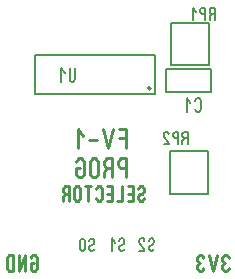
<source format=gbr>
%FSLAX34Y34*%
%MOMM*%
%LNSILK_BOTTOM*%
G71*
G01*
%ADD10C, 0.170*%
%ADD11C, 0.206*%
%ADD12C, 0.200*%
%ADD13C, 0.191*%
%ADD14C, 0.238*%
%ADD15C, 0.286*%
%ADD16C, 0.222*%
%LPD*%
G54D10*
X147037Y-98513D02*
X45438Y-98513D01*
X45438Y-65869D01*
X147037Y-65869D01*
X147037Y-98513D01*
G54D10*
G75*
G01X144025Y-93700D02*
G03X144025Y-93700I-1600J0D01*
G01*
G36*
G75*
G01X144025Y-93700D02*
G03X144025Y-93700I-1600J0D01*
G01*
G37*
X144025Y-93700D01*
G54D11*
X79587Y-76532D02*
X79587Y-85921D01*
X79010Y-87366D01*
X77854Y-88088D01*
X76698Y-88088D01*
X75543Y-87366D01*
X74965Y-85921D01*
X74965Y-76532D01*
G54D11*
X70921Y-80866D02*
X68032Y-76532D01*
X68032Y-88088D01*
G54D12*
X194647Y-97085D02*
X194647Y-77085D01*
X156647Y-77085D01*
X156647Y-97085D01*
X194647Y-97085D01*
G54D11*
X181274Y-111668D02*
X181852Y-113112D01*
X183008Y-113835D01*
X184163Y-113835D01*
X185319Y-113112D01*
X185897Y-111668D01*
X185897Y-104446D01*
X185319Y-103001D01*
X184163Y-102279D01*
X183008Y-102279D01*
X181852Y-103001D01*
X181274Y-104446D01*
G54D11*
X177231Y-106612D02*
X174342Y-102279D01*
X174342Y-113835D01*
G54D12*
X192851Y-38502D02*
X160530Y-38502D01*
X160530Y-74439D01*
X192851Y-74440D01*
X192851Y-38502D01*
G54D13*
X195789Y-30803D02*
X194189Y-32136D01*
X193655Y-33470D01*
X193655Y-36136D01*
G54D13*
X197922Y-36136D02*
X197922Y-25470D01*
X195255Y-25470D01*
X194189Y-26136D01*
X193655Y-27470D01*
X193655Y-28803D01*
X194189Y-30136D01*
X195255Y-30803D01*
X197922Y-30803D01*
G54D13*
X189922Y-36136D02*
X189922Y-25470D01*
X187255Y-25470D01*
X186189Y-26136D01*
X185655Y-27470D01*
X185655Y-28803D01*
X186189Y-30136D01*
X187255Y-30803D01*
X189922Y-30803D01*
G54D13*
X181922Y-29470D02*
X179255Y-25470D01*
X179255Y-36136D01*
G54D14*
X209638Y-237323D02*
X208971Y-235656D01*
X207638Y-234823D01*
X206304Y-234823D01*
X204971Y-235656D01*
X204304Y-237323D01*
X204304Y-238990D01*
X204971Y-240656D01*
X206304Y-241490D01*
X204971Y-242323D01*
X204304Y-243990D01*
X204304Y-245656D01*
X204971Y-247323D01*
X206304Y-248156D01*
X207638Y-248156D01*
X208971Y-247323D01*
X209638Y-245656D01*
G54D14*
X199638Y-234823D02*
X196304Y-248156D01*
X192971Y-234823D01*
G54D14*
X188304Y-237323D02*
X187637Y-235656D01*
X186304Y-234823D01*
X184970Y-234823D01*
X183637Y-235656D01*
X182970Y-237323D01*
X182970Y-238990D01*
X183637Y-240656D01*
X184970Y-241490D01*
X183637Y-242323D01*
X182970Y-243990D01*
X182970Y-245656D01*
X183637Y-247323D01*
X184970Y-248156D01*
X186304Y-248156D01*
X187637Y-247323D01*
X188304Y-245656D01*
G54D13*
X95942Y-229660D02*
X95409Y-230993D01*
X94342Y-231660D01*
X93276Y-231660D01*
X92209Y-230993D01*
X91676Y-229660D01*
X91676Y-228326D01*
X92209Y-226993D01*
X93276Y-226326D01*
X94342Y-226326D01*
X95409Y-225660D01*
X95942Y-224326D01*
X95942Y-222993D01*
X95409Y-221660D01*
X94342Y-220993D01*
X93276Y-220993D01*
X92209Y-221660D01*
X91676Y-222993D01*
G54D13*
X83676Y-222993D02*
X83676Y-229660D01*
X84209Y-230993D01*
X85276Y-231660D01*
X86342Y-231660D01*
X87409Y-230993D01*
X87942Y-229660D01*
X87942Y-222993D01*
X87409Y-221660D01*
X86342Y-220993D01*
X85276Y-220993D01*
X84209Y-221660D01*
X83676Y-222993D01*
G54D13*
X121148Y-229579D02*
X120615Y-230912D01*
X119548Y-231579D01*
X118481Y-231579D01*
X117415Y-230912D01*
X116881Y-229579D01*
X116881Y-228246D01*
X117415Y-226912D01*
X118481Y-226246D01*
X119548Y-226246D01*
X120615Y-225579D01*
X121148Y-224246D01*
X121148Y-222912D01*
X120615Y-221579D01*
X119548Y-220912D01*
X118481Y-220912D01*
X117415Y-221579D01*
X116881Y-222912D01*
G54D13*
X113148Y-224912D02*
X110481Y-220912D01*
X110481Y-231579D01*
G54D13*
X146348Y-229580D02*
X145815Y-230913D01*
X144748Y-231580D01*
X143682Y-231580D01*
X142615Y-230913D01*
X142082Y-229580D01*
X142082Y-228247D01*
X142615Y-226913D01*
X143682Y-226247D01*
X144748Y-226247D01*
X145815Y-225580D01*
X146348Y-224247D01*
X146348Y-222913D01*
X145815Y-221580D01*
X144748Y-220913D01*
X143682Y-220913D01*
X142615Y-221580D01*
X142082Y-222913D01*
G54D13*
X134082Y-231580D02*
X138348Y-231580D01*
X138348Y-230913D01*
X137815Y-229580D01*
X134615Y-225580D01*
X134082Y-224247D01*
X134082Y-222913D01*
X134615Y-221580D01*
X135682Y-220913D01*
X136748Y-220913D01*
X137815Y-221580D01*
X138348Y-222913D01*
G54D14*
X44646Y-241727D02*
X41979Y-241727D01*
X41979Y-245894D01*
X42646Y-247560D01*
X43979Y-248394D01*
X45313Y-248394D01*
X46646Y-247560D01*
X47313Y-245894D01*
X47313Y-237560D01*
X46646Y-235894D01*
X45313Y-235060D01*
X43979Y-235060D01*
X42646Y-235894D01*
X41979Y-237560D01*
G54D14*
X37313Y-248394D02*
X37313Y-235060D01*
X31979Y-248394D01*
X31979Y-235060D01*
G54D14*
X27313Y-248394D02*
X27313Y-235060D01*
X23979Y-235060D01*
X22646Y-235894D01*
X21979Y-237560D01*
X21979Y-245894D01*
X22646Y-247560D01*
X23979Y-248394D01*
X27313Y-248394D01*
G54D12*
X192383Y-147005D02*
X160062Y-147005D01*
X160062Y-182942D01*
X192383Y-182942D01*
X192383Y-147005D01*
G54D13*
X172679Y-135922D02*
X171079Y-137256D01*
X170545Y-138589D01*
X170545Y-141256D01*
G54D13*
X174812Y-141256D02*
X174812Y-130589D01*
X172145Y-130589D01*
X171079Y-131256D01*
X170545Y-132589D01*
X170545Y-133922D01*
X171079Y-135256D01*
X172145Y-135922D01*
X174812Y-135922D01*
G54D13*
X166812Y-141256D02*
X166812Y-130589D01*
X164145Y-130589D01*
X163079Y-131256D01*
X162545Y-132589D01*
X162545Y-133922D01*
X163079Y-135256D01*
X164145Y-135922D01*
X166812Y-135922D01*
G54D13*
X154545Y-141256D02*
X158812Y-141256D01*
X158812Y-140589D01*
X158279Y-139256D01*
X155079Y-135256D01*
X154545Y-133922D01*
X154545Y-132589D01*
X155079Y-131256D01*
X156145Y-130589D01*
X157212Y-130589D01*
X158279Y-131256D01*
X158812Y-132589D01*
G54D15*
X122734Y-144139D02*
X122734Y-128139D01*
X117134Y-128139D01*
G54D15*
X122734Y-136139D02*
X117134Y-136139D01*
G54D15*
X111534Y-128139D02*
X107534Y-144139D01*
X103534Y-128139D01*
G54D15*
X97934Y-137139D02*
X91534Y-137139D01*
G54D15*
X85934Y-134139D02*
X81934Y-128139D01*
X81934Y-144139D01*
G54D15*
X122734Y-169139D02*
X122734Y-153139D01*
X118734Y-153139D01*
X117134Y-154139D01*
X116334Y-156139D01*
X116334Y-158139D01*
X117134Y-160139D01*
X118734Y-161139D01*
X122734Y-161139D01*
G54D15*
X107534Y-161139D02*
X105134Y-163139D01*
X104334Y-165139D01*
X104334Y-169139D01*
G54D15*
X110734Y-169139D02*
X110734Y-153139D01*
X106734Y-153139D01*
X105134Y-154139D01*
X104334Y-156139D01*
X104334Y-158139D01*
X105134Y-160139D01*
X106734Y-161139D01*
X110734Y-161139D01*
G54D15*
X92334Y-156139D02*
X92334Y-166139D01*
X93134Y-168139D01*
X94734Y-169139D01*
X96334Y-169139D01*
X97934Y-168139D01*
X98734Y-166139D01*
X98734Y-156139D01*
X97934Y-154139D01*
X96334Y-153139D01*
X94734Y-153139D01*
X93134Y-154139D01*
X92334Y-156139D01*
G54D15*
X83534Y-161139D02*
X80334Y-161139D01*
X80334Y-166139D01*
X81134Y-168139D01*
X82734Y-169139D01*
X84334Y-169139D01*
X85934Y-168139D01*
X86734Y-166139D01*
X86734Y-156139D01*
X85934Y-154139D01*
X84334Y-153139D01*
X82734Y-153139D01*
X81134Y-154139D01*
X80334Y-156139D01*
G54D16*
X137734Y-186806D02*
X137112Y-188361D01*
X135867Y-189139D01*
X134623Y-189139D01*
X133378Y-188361D01*
X132756Y-186806D01*
X132756Y-185250D01*
X133378Y-183695D01*
X134623Y-182917D01*
X135867Y-182917D01*
X137112Y-182139D01*
X137734Y-180583D01*
X137734Y-179028D01*
X137112Y-177472D01*
X135867Y-176695D01*
X134623Y-176695D01*
X133378Y-177472D01*
X132756Y-179028D01*
G54D16*
X124044Y-189139D02*
X128400Y-189139D01*
X128400Y-176695D01*
X124044Y-176695D01*
G54D16*
X128400Y-182917D02*
X124044Y-182917D01*
G54D16*
X119688Y-176695D02*
X119688Y-189139D01*
X115332Y-189139D01*
G54D16*
X106620Y-189139D02*
X110976Y-189139D01*
X110976Y-176695D01*
X106620Y-176695D01*
G54D16*
X110976Y-182917D02*
X106620Y-182917D01*
G54D16*
X97286Y-186806D02*
X97908Y-188361D01*
X99153Y-189139D01*
X100397Y-189139D01*
X101642Y-188361D01*
X102264Y-186806D01*
X102264Y-179028D01*
X101642Y-177472D01*
X100397Y-176695D01*
X99153Y-176695D01*
X97908Y-177472D01*
X97286Y-179028D01*
G54D16*
X90441Y-189139D02*
X90441Y-176695D01*
G54D16*
X92930Y-176695D02*
X87952Y-176695D01*
G54D16*
X78618Y-179028D02*
X78618Y-186806D01*
X79240Y-188361D01*
X80485Y-189139D01*
X81729Y-189139D01*
X82974Y-188361D01*
X83596Y-186806D01*
X83596Y-179028D01*
X82974Y-177472D01*
X81729Y-176695D01*
X80485Y-176695D01*
X79240Y-177472D01*
X78618Y-179028D01*
G54D16*
X71773Y-182917D02*
X69906Y-184472D01*
X69284Y-186028D01*
X69284Y-189139D01*
G54D16*
X74262Y-189139D02*
X74262Y-176695D01*
X71151Y-176695D01*
X69906Y-177472D01*
X69284Y-179028D01*
X69284Y-180583D01*
X69906Y-182139D01*
X71151Y-182917D01*
X74262Y-182917D01*
M02*

</source>
